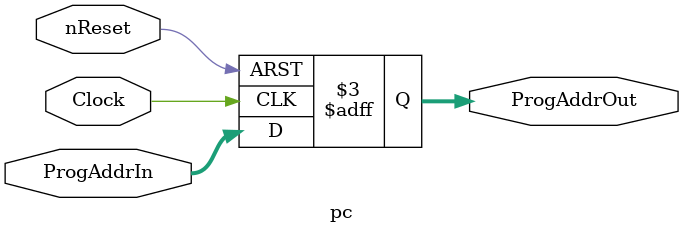
<source format=sv>
module pc(
        input               Clock, 
                            nReset,
        input        [31:0] ProgAddrIn,
        output logic [31:0] ProgAddrOut
);

always_ff@(posedge Clock, negedge nReset)
    if(~nReset)
        ProgAddrOut <= 32'd0;
    else
        ProgAddrOut <= ProgAddrIn;
endmodule
</source>
